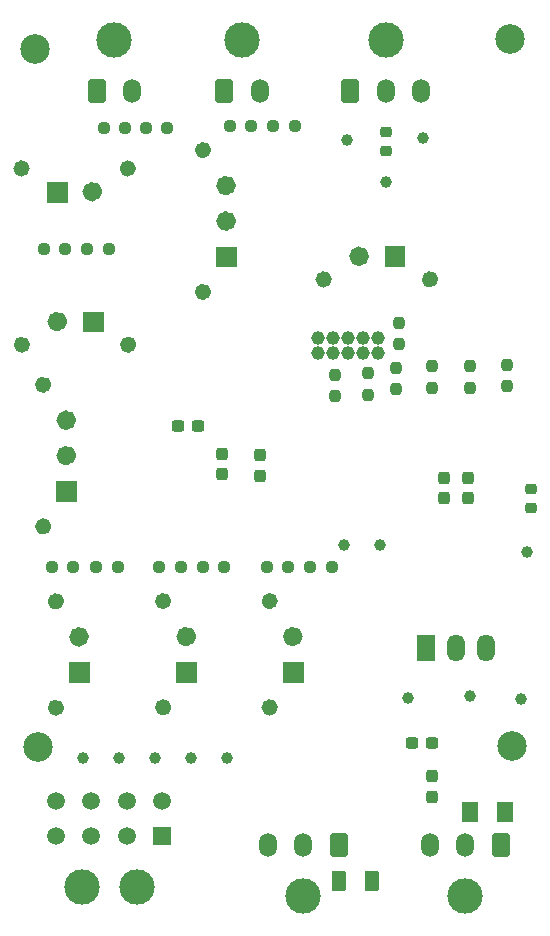
<source format=gbr>
%TF.GenerationSoftware,KiCad,Pcbnew,7.0.7*%
%TF.CreationDate,2024-05-10T07:30:14-05:00*%
%TF.ProjectId,WaterBlasterV2,57617465-7242-46c6-9173-74657256322e,rev?*%
%TF.SameCoordinates,Original*%
%TF.FileFunction,Soldermask,Bot*%
%TF.FilePolarity,Negative*%
%FSLAX46Y46*%
G04 Gerber Fmt 4.6, Leading zero omitted, Abs format (unit mm)*
G04 Created by KiCad (PCBNEW 7.0.7) date 2024-05-10 07:30:14*
%MOMM*%
%LPD*%
G01*
G04 APERTURE LIST*
G04 Aperture macros list*
%AMRoundRect*
0 Rectangle with rounded corners*
0 $1 Rounding radius*
0 $2 $3 $4 $5 $6 $7 $8 $9 X,Y pos of 4 corners*
0 Add a 4 corners polygon primitive as box body*
4,1,4,$2,$3,$4,$5,$6,$7,$8,$9,$2,$3,0*
0 Add four circle primitives for the rounded corners*
1,1,$1+$1,$2,$3*
1,1,$1+$1,$4,$5*
1,1,$1+$1,$6,$7*
1,1,$1+$1,$8,$9*
0 Add four rect primitives between the rounded corners*
20,1,$1+$1,$2,$3,$4,$5,0*
20,1,$1+$1,$4,$5,$6,$7,0*
20,1,$1+$1,$6,$7,$8,$9,0*
20,1,$1+$1,$8,$9,$2,$3,0*%
G04 Aperture macros list end*
%ADD10C,0.836200*%
%ADD11C,0.711200*%
%ADD12C,0.010000*%
%ADD13RoundRect,0.218750X0.256250X-0.218750X0.256250X0.218750X-0.256250X0.218750X-0.256250X-0.218750X0*%
%ADD14C,1.270000*%
%ADD15RoundRect,0.237500X0.237500X-0.250000X0.237500X0.250000X-0.237500X0.250000X-0.237500X-0.250000X0*%
%ADD16RoundRect,0.237500X-0.237500X0.300000X-0.237500X-0.300000X0.237500X-0.300000X0.237500X0.300000X0*%
%ADD17RoundRect,0.237500X0.300000X0.237500X-0.300000X0.237500X-0.300000X-0.237500X0.300000X-0.237500X0*%
%ADD18R,1.520000X1.520000*%
%ADD19C,1.520000*%
%ADD20C,2.999999*%
%ADD21C,1.168400*%
%ADD22O,1.500000X2.020000*%
%ADD23RoundRect,0.250001X0.499999X0.759999X-0.499999X0.759999X-0.499999X-0.759999X0.499999X-0.759999X0*%
%ADD24C,3.000000*%
%ADD25RoundRect,0.250001X-0.499999X-0.759999X0.499999X-0.759999X0.499999X0.759999X-0.499999X0.759999X0*%
%ADD26R,1.500000X2.300000*%
%ADD27O,1.500000X2.300000*%
%ADD28C,1.000000*%
%ADD29RoundRect,0.237500X0.250000X0.237500X-0.250000X0.237500X-0.250000X-0.237500X0.250000X-0.237500X0*%
%ADD30RoundRect,0.237500X-0.250000X-0.237500X0.250000X-0.237500X0.250000X0.237500X-0.250000X0.237500X0*%
%ADD31RoundRect,0.237500X-0.237500X0.250000X-0.237500X-0.250000X0.237500X-0.250000X0.237500X0.250000X0*%
%ADD32C,2.500000*%
%ADD33RoundRect,0.250001X0.462499X0.624999X-0.462499X0.624999X-0.462499X-0.624999X0.462499X-0.624999X0*%
%ADD34RoundRect,0.250000X-0.375000X-0.625000X0.375000X-0.625000X0.375000X0.625000X-0.375000X0.625000X0*%
%ADD35RoundRect,0.237500X0.237500X-0.300000X0.237500X0.300000X-0.237500X0.300000X-0.237500X-0.300000X0*%
G04 APERTURE END LIST*
D10*
%TO.C,J12*%
X115927100Y-72692000D02*
G75*
G03*
X115927100Y-72692000I-418100J0D01*
G01*
D11*
X113904600Y-69692000D02*
G75*
G03*
X113904600Y-69692000I-355600J0D01*
G01*
X113904600Y-81692000D02*
G75*
G03*
X113904600Y-81692000I-355600J0D01*
G01*
D10*
X115927100Y-75692000D02*
G75*
G03*
X115927100Y-75692000I-418100J0D01*
G01*
D12*
X116345200Y-79528200D02*
X114672800Y-79528200D01*
X114672800Y-77855800D01*
X116345200Y-77855800D01*
X116345200Y-79528200D01*
G36*
X116345200Y-79528200D02*
G01*
X114672800Y-79528200D01*
X114672800Y-77855800D01*
X116345200Y-77855800D01*
X116345200Y-79528200D01*
G37*
D10*
%TO.C,J11*%
X102399100Y-92552000D02*
G75*
G03*
X102399100Y-92552000I-418100J0D01*
G01*
D11*
X100376600Y-89552000D02*
G75*
G03*
X100376600Y-89552000I-355600J0D01*
G01*
X100376600Y-101552000D02*
G75*
G03*
X100376600Y-101552000I-355600J0D01*
G01*
D10*
X102399100Y-95552000D02*
G75*
G03*
X102399100Y-95552000I-418100J0D01*
G01*
D12*
X102817200Y-99388200D02*
X101144800Y-99388200D01*
X101144800Y-97715800D01*
X102817200Y-97715800D01*
X102817200Y-99388200D01*
G36*
X102817200Y-99388200D02*
G01*
X101144800Y-99388200D01*
X101144800Y-97715800D01*
X102817200Y-97715800D01*
X102817200Y-99388200D01*
G37*
%TO.C,J9*%
X105055200Y-85037200D02*
X103382800Y-85037200D01*
X103382800Y-83364800D01*
X105055200Y-83364800D01*
X105055200Y-85037200D01*
G36*
X105055200Y-85037200D02*
G01*
X103382800Y-85037200D01*
X103382800Y-83364800D01*
X105055200Y-83364800D01*
X105055200Y-85037200D01*
G37*
D10*
X101637100Y-84201000D02*
G75*
G03*
X101637100Y-84201000I-418100J0D01*
G01*
D11*
X107574600Y-86161000D02*
G75*
G03*
X107574600Y-86161000I-355600J0D01*
G01*
X98574600Y-86161000D02*
G75*
G03*
X98574600Y-86161000I-355600J0D01*
G01*
%TO.C,J10*%
X124125600Y-80634000D02*
G75*
G03*
X124125600Y-80634000I-355600J0D01*
G01*
X133125600Y-80634000D02*
G75*
G03*
X133125600Y-80634000I-355600J0D01*
G01*
D10*
X127188100Y-78674000D02*
G75*
G03*
X127188100Y-78674000I-418100J0D01*
G01*
D12*
X130606200Y-79510200D02*
X128933800Y-79510200D01*
X128933800Y-77837800D01*
X130606200Y-77837800D01*
X130606200Y-79510200D01*
G36*
X130606200Y-79510200D02*
G01*
X128933800Y-79510200D01*
X128933800Y-77837800D01*
X130606200Y-77837800D01*
X130606200Y-79510200D01*
G37*
%TO.C,J8*%
X102024200Y-74043200D02*
X100351800Y-74043200D01*
X100351800Y-72370800D01*
X102024200Y-72370800D01*
X102024200Y-74043200D01*
G36*
X102024200Y-74043200D02*
G01*
X100351800Y-74043200D01*
X100351800Y-72370800D01*
X102024200Y-72370800D01*
X102024200Y-74043200D01*
G37*
D10*
X104606100Y-73207000D02*
G75*
G03*
X104606100Y-73207000I-418100J0D01*
G01*
D11*
X98543600Y-71247000D02*
G75*
G03*
X98543600Y-71247000I-355600J0D01*
G01*
X107543600Y-71247000D02*
G75*
G03*
X107543600Y-71247000I-355600J0D01*
G01*
%TO.C,J5*%
D12*
X103899200Y-114731200D02*
X102226800Y-114731200D01*
X102226800Y-113058800D01*
X103899200Y-113058800D01*
X103899200Y-114731200D01*
G36*
X103899200Y-114731200D02*
G01*
X102226800Y-114731200D01*
X102226800Y-113058800D01*
X103899200Y-113058800D01*
X103899200Y-114731200D01*
G37*
D10*
X103481100Y-110895000D02*
G75*
G03*
X103481100Y-110895000I-418100J0D01*
G01*
D11*
X101458600Y-116895000D02*
G75*
G03*
X101458600Y-116895000I-355600J0D01*
G01*
X101458600Y-107895000D02*
G75*
G03*
X101458600Y-107895000I-355600J0D01*
G01*
%TO.C,J4*%
D12*
X112977200Y-114707200D02*
X111304800Y-114707200D01*
X111304800Y-113034800D01*
X112977200Y-113034800D01*
X112977200Y-114707200D01*
G36*
X112977200Y-114707200D02*
G01*
X111304800Y-114707200D01*
X111304800Y-113034800D01*
X112977200Y-113034800D01*
X112977200Y-114707200D01*
G37*
D10*
X112559100Y-110871000D02*
G75*
G03*
X112559100Y-110871000I-418100J0D01*
G01*
D11*
X110536600Y-116871000D02*
G75*
G03*
X110536600Y-116871000I-355600J0D01*
G01*
X110536600Y-107871000D02*
G75*
G03*
X110536600Y-107871000I-355600J0D01*
G01*
%TO.C,J3*%
D12*
X121994200Y-114707200D02*
X120321800Y-114707200D01*
X120321800Y-113034800D01*
X121994200Y-113034800D01*
X121994200Y-114707200D01*
G36*
X121994200Y-114707200D02*
G01*
X120321800Y-114707200D01*
X120321800Y-113034800D01*
X121994200Y-113034800D01*
X121994200Y-114707200D01*
G37*
D10*
X121576100Y-110871000D02*
G75*
G03*
X121576100Y-110871000I-418100J0D01*
G01*
D11*
X119553600Y-116871000D02*
G75*
G03*
X119553600Y-116871000I-355600J0D01*
G01*
X119553600Y-107871000D02*
G75*
G03*
X119553600Y-107871000I-355600J0D01*
G01*
%TD*%
D13*
%TO.C,F4*%
X141351000Y-99974500D03*
X141351000Y-98399500D03*
%TD*%
D14*
%TO.C,J12*%
X113549000Y-69692000D03*
X113549000Y-81692000D03*
%TD*%
%TO.C,J11*%
X100021000Y-89552000D03*
X100021000Y-101552000D03*
%TD*%
%TO.C,J9*%
X107219000Y-86161000D03*
X98219000Y-86161000D03*
%TD*%
%TO.C,J10*%
X123770000Y-80634000D03*
X132770000Y-80634000D03*
%TD*%
%TO.C,J8*%
X98188000Y-71247000D03*
X107188000Y-71247000D03*
%TD*%
%TO.C,J5*%
X101103000Y-116895000D03*
X101103000Y-107895000D03*
%TD*%
%TO.C,J4*%
X110181000Y-116871000D03*
X110181000Y-107871000D03*
%TD*%
%TO.C,J3*%
X119198000Y-116871000D03*
X119198000Y-107871000D03*
%TD*%
D15*
%TO.C,R9*%
X130175000Y-86129500D03*
X130175000Y-84304500D03*
%TD*%
%TO.C,R8*%
X124714000Y-90551000D03*
X124714000Y-88726000D03*
%TD*%
%TO.C,R7*%
X127508000Y-90424000D03*
X127508000Y-88599000D03*
%TD*%
D16*
%TO.C,C7*%
X115189000Y-95403500D03*
X115189000Y-97128500D03*
%TD*%
%TO.C,C6*%
X118414250Y-95530500D03*
X118414250Y-97255500D03*
%TD*%
D17*
%TO.C,C5*%
X113166499Y-93052900D03*
X111441499Y-93052900D03*
%TD*%
D18*
%TO.C,J16*%
X110109000Y-127762000D03*
D19*
X107109001Y-127762000D03*
X104109002Y-127762000D03*
X101109003Y-127762000D03*
X110109000Y-124762001D03*
X107109001Y-124762001D03*
X104109002Y-124762001D03*
X101109003Y-124762001D03*
D20*
X107968994Y-132081999D03*
X103269004Y-132081999D03*
%TD*%
D21*
%TO.C,J2*%
X128397000Y-85598000D03*
X128397000Y-86868000D03*
X127127000Y-85598000D03*
X127127000Y-86868000D03*
X125857000Y-85598000D03*
X125857000Y-86868000D03*
X124587000Y-85598000D03*
X124587000Y-86868000D03*
X123317000Y-85598000D03*
X123317000Y-86868000D03*
%TD*%
D22*
%TO.C,J15*%
X119047000Y-128491000D03*
X122047000Y-128491000D03*
D23*
X125047000Y-128491000D03*
D24*
X122047000Y-132811000D03*
%TD*%
D22*
%TO.C,J14*%
X132032000Y-64676000D03*
X129032000Y-64676000D03*
D25*
X126032000Y-64676000D03*
D24*
X129032000Y-60356000D03*
%TD*%
D22*
%TO.C,J13*%
X132763000Y-128522000D03*
X135763000Y-128522000D03*
D23*
X138763000Y-128522000D03*
D24*
X135763000Y-132842000D03*
%TD*%
D26*
%TO.C,U2*%
X132427000Y-111808500D03*
D27*
X134967000Y-111808500D03*
X137507000Y-111808500D03*
%TD*%
D28*
%TO.C,MISO*%
X106426000Y-121158000D03*
%TD*%
%TO.C,MOSI*%
X109474000Y-121158000D03*
%TD*%
%TO.C,SCK*%
X103378000Y-121158000D03*
%TD*%
%TO.C,~{CS}*%
X112524000Y-121158000D03*
%TD*%
%TO.C,~{RST}*%
X115570000Y-121158000D03*
%TD*%
%TO.C,VGND*%
X125730000Y-68834000D03*
%TD*%
%TO.C,VPWR*%
X129032000Y-72390000D03*
%TD*%
%TO.C,PPWR*%
X140462000Y-116205000D03*
%TD*%
%TO.C,PGND*%
X136144000Y-115951000D03*
%TD*%
%TO.C,PCTRL*%
X130937000Y-116078000D03*
%TD*%
%TO.C,VCTRL*%
X132207000Y-68707000D03*
%TD*%
%TO.C,5V*%
X140970000Y-103759000D03*
%TD*%
%TO.C,GND*%
X128524000Y-103124000D03*
%TD*%
%TO.C,3V3*%
X125476000Y-103124000D03*
%TD*%
D29*
%TO.C,R27*%
X106957500Y-67818000D03*
X105132500Y-67818000D03*
%TD*%
%TO.C,R26*%
X115800500Y-67691000D03*
X117625500Y-67691000D03*
%TD*%
D30*
%TO.C,R25*%
X106346000Y-105029000D03*
X104521000Y-105029000D03*
%TD*%
%TO.C,R24*%
X113538000Y-105029000D03*
X115363000Y-105029000D03*
%TD*%
%TO.C,R23*%
X124436500Y-105029000D03*
X122611500Y-105029000D03*
%TD*%
D29*
%TO.C,R22*%
X110513500Y-67818000D03*
X108688500Y-67818000D03*
%TD*%
%TO.C,R21*%
X121308500Y-67691000D03*
X119483500Y-67691000D03*
%TD*%
D30*
%TO.C,R20*%
X102559500Y-105029000D03*
X100734500Y-105029000D03*
%TD*%
%TO.C,R19*%
X111656500Y-105029000D03*
X109831500Y-105029000D03*
%TD*%
%TO.C,R18*%
X118952000Y-105029000D03*
X120777000Y-105029000D03*
%TD*%
D29*
%TO.C,R15*%
X100052500Y-78105000D03*
X101877500Y-78105000D03*
%TD*%
%TO.C,R14*%
X103759000Y-78105000D03*
X105584000Y-78105000D03*
%TD*%
D31*
%TO.C,R13*%
X129921000Y-88114500D03*
X129921000Y-89939500D03*
%TD*%
%TO.C,R12*%
X132969000Y-87987500D03*
X132969000Y-89812500D03*
%TD*%
%TO.C,R11*%
X136144000Y-87987500D03*
X136144000Y-89812500D03*
%TD*%
%TO.C,R10*%
X139319000Y-87860500D03*
X139319000Y-89685500D03*
%TD*%
D24*
%TO.C,J7*%
X106045000Y-60356000D03*
D25*
X104545000Y-64676000D03*
D22*
X107545000Y-64676000D03*
%TD*%
%TO.C,J6*%
X118340000Y-64676000D03*
D25*
X115340000Y-64676000D03*
D24*
X116840000Y-60356000D03*
%TD*%
D32*
%TO.C,H4*%
X139700000Y-120142000D03*
%TD*%
%TO.C,H3*%
X99568000Y-120269000D03*
%TD*%
%TO.C,H2*%
X139573000Y-60325000D03*
%TD*%
%TO.C,H1*%
X99314000Y-61118000D03*
%TD*%
D33*
%TO.C,F3*%
X139155500Y-125730000D03*
X136180500Y-125730000D03*
%TD*%
D13*
%TO.C,F2*%
X129032000Y-69748500D03*
X129032000Y-68173500D03*
%TD*%
D34*
%TO.C,F1*%
X127892000Y-131572000D03*
X125092000Y-131572000D03*
%TD*%
D17*
%TO.C,C4*%
X132969000Y-119888000D03*
X131244000Y-119888000D03*
%TD*%
D35*
%TO.C,C3*%
X132969000Y-122708500D03*
X132969000Y-124433500D03*
%TD*%
D16*
%TO.C,C2*%
X133985000Y-97435500D03*
X133985000Y-99160500D03*
%TD*%
%TO.C,C1*%
X136017000Y-97435500D03*
X136017000Y-99160500D03*
%TD*%
M02*

</source>
